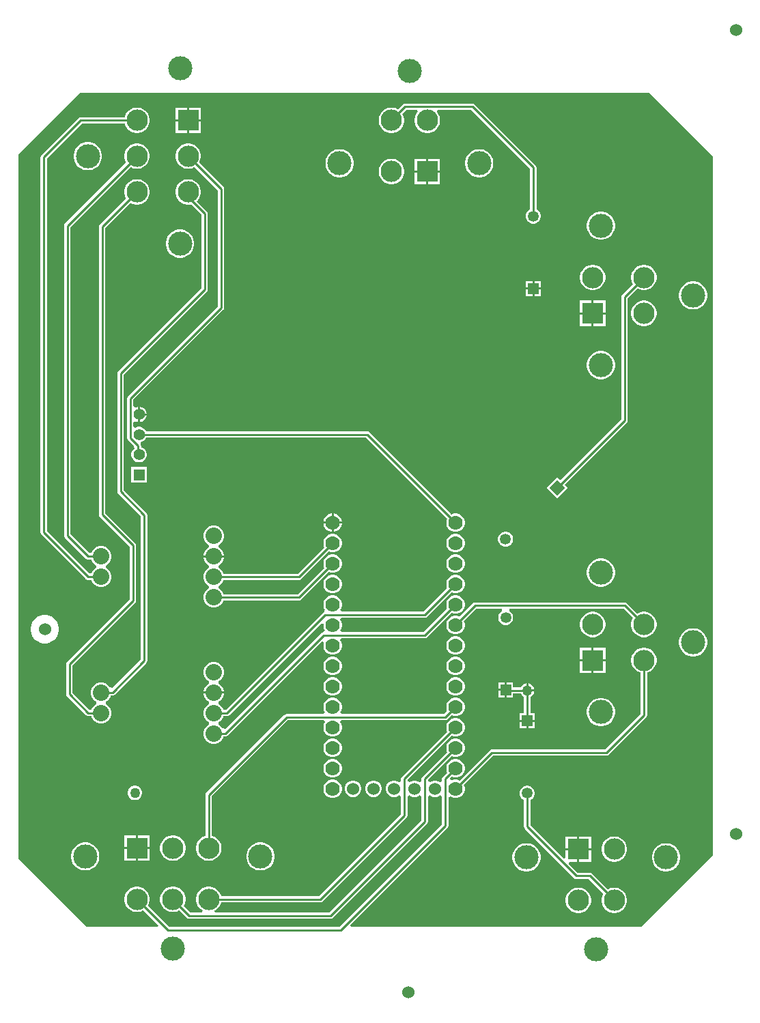
<source format=gbr>
%TF.GenerationSoftware,Altium Limited,Altium Designer,25.2.1 (25)*%
G04 Layer_Physical_Order=2*
G04 Layer_Color=16711680*
%FSLAX45Y45*%
%MOMM*%
%TF.SameCoordinates,7DD24991-B9EC-4422-9666-2EE5E17A6B38*%
%TF.FilePolarity,Positive*%
%TF.FileFunction,Copper,L2,Bot,Signal*%
%TF.Part,Single*%
G01*
G75*
%TA.AperFunction,Conductor*%
%ADD10C,0.25400*%
%TA.AperFunction,ComponentPad*%
%ADD11P,1.90919X4X270.0*%
%ADD12C,1.35000*%
%ADD13C,2.99000*%
%ADD14C,2.64000*%
%ADD15R,2.64000X2.64000*%
%ADD16C,1.77800*%
%ADD17C,1.52400*%
%TA.AperFunction,ViaPad*%
%ADD18C,1.52400*%
%TA.AperFunction,ComponentPad*%
%ADD19R,2.64000X2.64000*%
%ADD20C,1.40000*%
%ADD21R,1.40000X1.40000*%
%ADD22R,1.35000X1.35000*%
%TA.AperFunction,ViaPad*%
%ADD23C,1.27000*%
%TA.AperFunction,ComponentPad*%
%ADD24C,2.03200*%
G36*
X8724900Y10820400D02*
Y9613900D01*
X8724900Y2146300D01*
X7835900Y1257300D01*
X4241024D01*
X4231304Y1280767D01*
X5437669Y2487131D01*
X5446089Y2499734D01*
X5449047Y2514600D01*
Y2865210D01*
X5474447Y2876048D01*
X5493082Y2865289D01*
X5522152Y2857500D01*
X5552248D01*
X5581318Y2865289D01*
X5607382Y2880337D01*
X5628663Y2901618D01*
X5643711Y2927682D01*
X5651500Y2956752D01*
Y2986848D01*
X5643711Y3015918D01*
X5640982Y3020645D01*
X6002195Y3381858D01*
X7408504D01*
X7423370Y3384815D01*
X7435973Y3393236D01*
X7901069Y3858331D01*
X7909489Y3870934D01*
X7912446Y3885800D01*
Y4412644D01*
X7919512Y4414049D01*
X7948157Y4425914D01*
X7973937Y4443140D01*
X7995860Y4465063D01*
X8013086Y4490843D01*
X8024951Y4519488D01*
X8031000Y4549897D01*
Y4580903D01*
X8024951Y4611312D01*
X8013086Y4639957D01*
X7995860Y4665737D01*
X7973937Y4687660D01*
X7948157Y4704886D01*
X7919512Y4716751D01*
X7889103Y4722800D01*
X7858097D01*
X7827688Y4716751D01*
X7799043Y4704886D01*
X7773263Y4687660D01*
X7751340Y4665737D01*
X7734114Y4639957D01*
X7722249Y4611312D01*
X7716200Y4580903D01*
Y4549897D01*
X7722249Y4519488D01*
X7734114Y4490843D01*
X7751340Y4465063D01*
X7773263Y4443140D01*
X7799043Y4425914D01*
X7827688Y4414049D01*
X7834753Y4412644D01*
Y3901891D01*
X7392414Y3459551D01*
X5986104D01*
X5971239Y3456594D01*
X5958636Y3448173D01*
X5586045Y3075582D01*
X5581318Y3078311D01*
X5552248Y3086100D01*
X5522152D01*
X5495148Y3078864D01*
X5492182Y3078790D01*
X5466662Y3092386D01*
X5465375Y3099038D01*
X5488355Y3122018D01*
X5493082Y3119289D01*
X5522152Y3111500D01*
X5552248D01*
X5581318Y3119289D01*
X5607382Y3134337D01*
X5628663Y3155618D01*
X5643711Y3181682D01*
X5651500Y3210752D01*
Y3240848D01*
X5643711Y3269918D01*
X5628663Y3295982D01*
X5607382Y3317263D01*
X5581318Y3332311D01*
X5552248Y3340100D01*
X5522152D01*
X5493082Y3332311D01*
X5467018Y3317263D01*
X5445737Y3295982D01*
X5430689Y3269918D01*
X5422900Y3240848D01*
Y3210752D01*
X5430689Y3181682D01*
X5433418Y3176955D01*
X5382731Y3126269D01*
X5374311Y3113666D01*
X5371353Y3098800D01*
Y3063252D01*
X5345953Y3052731D01*
X5345584Y3053100D01*
X5322416Y3066476D01*
X5296576Y3073400D01*
X5269824D01*
X5243984Y3066476D01*
X5225306Y3055692D01*
X5205678Y3064556D01*
X5201313Y3067859D01*
X5199056Y3086718D01*
X5488355Y3376018D01*
X5493082Y3373289D01*
X5522152Y3365500D01*
X5552248D01*
X5581318Y3373289D01*
X5607382Y3388337D01*
X5628663Y3409618D01*
X5643711Y3435682D01*
X5651500Y3464752D01*
Y3494848D01*
X5643711Y3523918D01*
X5628663Y3549982D01*
X5607382Y3571263D01*
X5581318Y3586311D01*
X5552248Y3594100D01*
X5522152D01*
X5493082Y3586311D01*
X5467018Y3571263D01*
X5445737Y3549982D01*
X5430689Y3523918D01*
X5422900Y3494848D01*
Y3464752D01*
X5430689Y3435682D01*
X5433418Y3430955D01*
X5128731Y3126269D01*
X5120311Y3113666D01*
X5117353Y3098800D01*
Y3063252D01*
X5091953Y3052731D01*
X5091584Y3053100D01*
X5068416Y3066476D01*
X5042576Y3073400D01*
X5015824D01*
X4989984Y3066476D01*
X4971306Y3055692D01*
X4951678Y3064556D01*
X4947313Y3067859D01*
X4945056Y3086718D01*
X5488355Y3630018D01*
X5493082Y3627289D01*
X5522152Y3619500D01*
X5552248D01*
X5581318Y3627289D01*
X5607382Y3642337D01*
X5628663Y3663618D01*
X5643711Y3689682D01*
X5651500Y3718752D01*
Y3748848D01*
X5643711Y3777918D01*
X5628663Y3803982D01*
X5607382Y3825263D01*
X5581318Y3840311D01*
X5552248Y3848100D01*
X5522152D01*
X5493082Y3840311D01*
X5467018Y3825263D01*
X5445737Y3803982D01*
X5430689Y3777918D01*
X5422900Y3748848D01*
Y3718752D01*
X5430689Y3689682D01*
X5433418Y3684955D01*
X4874731Y3126269D01*
X4866311Y3113666D01*
X4863353Y3098800D01*
Y3063252D01*
X4837953Y3052731D01*
X4837584Y3053100D01*
X4814416Y3066476D01*
X4788576Y3073400D01*
X4761824D01*
X4735984Y3066476D01*
X4712816Y3053100D01*
X4693900Y3034184D01*
X4680524Y3011016D01*
X4673600Y2985176D01*
Y2958424D01*
X4680524Y2932584D01*
X4693900Y2909416D01*
X4712816Y2890500D01*
X4735984Y2877124D01*
X4761824Y2870200D01*
X4788576D01*
X4814416Y2877124D01*
X4837584Y2890500D01*
X4837953Y2890869D01*
X4863353Y2880348D01*
Y2657691D01*
X3844709Y1639047D01*
X2630257D01*
X2628851Y1646112D01*
X2616986Y1674757D01*
X2599761Y1700537D01*
X2577837Y1722460D01*
X2552057Y1739686D01*
X2523412Y1751551D01*
X2493003Y1757600D01*
X2461998D01*
X2431588Y1751551D01*
X2402943Y1739686D01*
X2377164Y1722460D01*
X2355240Y1700537D01*
X2338014Y1674757D01*
X2326149Y1646112D01*
X2320100Y1615703D01*
Y1584697D01*
X2326149Y1554288D01*
X2338014Y1525643D01*
X2355240Y1499863D01*
X2377164Y1477940D01*
X2402147Y1461247D01*
X2402576Y1459273D01*
X2396606Y1435847D01*
X2251791D01*
X2167984Y1519654D01*
X2171986Y1525643D01*
X2183851Y1554288D01*
X2189900Y1584697D01*
Y1615703D01*
X2183851Y1646112D01*
X2171986Y1674757D01*
X2154760Y1700537D01*
X2132837Y1722460D01*
X2107057Y1739686D01*
X2078412Y1751551D01*
X2048003Y1757600D01*
X2016997D01*
X1986588Y1751551D01*
X1957943Y1739686D01*
X1932164Y1722460D01*
X1910240Y1700537D01*
X1893014Y1674757D01*
X1881149Y1646112D01*
X1875100Y1615703D01*
Y1584697D01*
X1881149Y1554288D01*
X1893014Y1525643D01*
X1910240Y1499863D01*
X1932164Y1477940D01*
X1957943Y1460714D01*
X1986588Y1448849D01*
X2016997Y1442800D01*
X2048003D01*
X2078412Y1448849D01*
X2107057Y1460714D01*
X2113047Y1464716D01*
X2208232Y1369531D01*
X2220834Y1361111D01*
X2235700Y1358153D01*
X3987800D01*
X4002666Y1361111D01*
X4015269Y1369531D01*
X5183669Y2537931D01*
X5192089Y2550534D01*
X5195047Y2565400D01*
Y2880348D01*
X5220447Y2890869D01*
X5220816Y2890500D01*
X5243984Y2877124D01*
X5269824Y2870200D01*
X5296576D01*
X5322416Y2877124D01*
X5345584Y2890500D01*
X5345953Y2890869D01*
X5371353Y2880348D01*
Y2530691D01*
X4098709Y1258047D01*
X1984591D01*
X1722984Y1519654D01*
X1726986Y1525643D01*
X1738851Y1554288D01*
X1744900Y1584697D01*
Y1615703D01*
X1738851Y1646112D01*
X1726986Y1674757D01*
X1709760Y1700537D01*
X1687837Y1722460D01*
X1662057Y1739686D01*
X1633412Y1751551D01*
X1603003Y1757600D01*
X1571997D01*
X1541588Y1751551D01*
X1512943Y1739686D01*
X1487163Y1722460D01*
X1465240Y1700537D01*
X1448014Y1674757D01*
X1436149Y1646112D01*
X1430100Y1615703D01*
Y1584697D01*
X1436149Y1554288D01*
X1448014Y1525643D01*
X1465240Y1499863D01*
X1487163Y1477940D01*
X1512943Y1460714D01*
X1541588Y1448849D01*
X1571997Y1442800D01*
X1603003D01*
X1633412Y1448849D01*
X1662057Y1460714D01*
X1668046Y1464716D01*
X1851996Y1280767D01*
X1842276Y1257300D01*
X965200D01*
X114300Y2108200D01*
Y10845800D01*
X876300Y11607800D01*
X7937500D01*
X8724900Y10820400D01*
D02*
G37*
G36*
X4966816Y2890500D02*
X4989984Y2877124D01*
X5015824Y2870200D01*
X5042576D01*
X5068416Y2877124D01*
X5091584Y2890500D01*
X5091953Y2890869D01*
X5117353Y2880348D01*
Y2581491D01*
X3971709Y1435847D01*
X2558395D01*
X2552424Y1459273D01*
X2552854Y1461247D01*
X2577837Y1477940D01*
X2599761Y1499863D01*
X2616986Y1525643D01*
X2628851Y1554288D01*
X2630257Y1561353D01*
X3860800D01*
X3875666Y1564311D01*
X3888269Y1572731D01*
X4929669Y2614131D01*
X4938089Y2626734D01*
X4941047Y2641600D01*
Y2880348D01*
X4966447Y2890869D01*
X4966816Y2890500D01*
D02*
G37*
%LPC*%
G36*
X5748500Y11473446D02*
X4913300D01*
X4898434Y11470489D01*
X4885831Y11462069D01*
X4823747Y11399984D01*
X4817757Y11403986D01*
X4789112Y11415851D01*
X4758703Y11421900D01*
X4727697D01*
X4697288Y11415851D01*
X4668643Y11403986D01*
X4642863Y11386760D01*
X4620940Y11364837D01*
X4603714Y11339057D01*
X4591849Y11310412D01*
X4585800Y11280003D01*
Y11248997D01*
X4591849Y11218588D01*
X4603714Y11189943D01*
X4620940Y11164163D01*
X4642863Y11142240D01*
X4668643Y11125014D01*
X4697288Y11113149D01*
X4727697Y11107100D01*
X4758703D01*
X4789112Y11113149D01*
X4817757Y11125014D01*
X4843537Y11142240D01*
X4865460Y11164163D01*
X4882686Y11189943D01*
X4894551Y11218588D01*
X4900600Y11248997D01*
Y11280003D01*
X4894551Y11310412D01*
X4882686Y11339057D01*
X4878684Y11345046D01*
X4929391Y11395753D01*
X5060935D01*
X5071456Y11370353D01*
X5065940Y11364837D01*
X5048714Y11339057D01*
X5036849Y11310412D01*
X5030800Y11280003D01*
Y11248997D01*
X5036849Y11218588D01*
X5048714Y11189943D01*
X5065940Y11164163D01*
X5087863Y11142240D01*
X5113643Y11125014D01*
X5142288Y11113149D01*
X5172697Y11107100D01*
X5203703D01*
X5234112Y11113149D01*
X5262757Y11125014D01*
X5288537Y11142240D01*
X5310460Y11164163D01*
X5327686Y11189943D01*
X5339551Y11218588D01*
X5345600Y11248997D01*
Y11280003D01*
X5339551Y11310412D01*
X5327686Y11339057D01*
X5310460Y11364837D01*
X5304943Y11370353D01*
X5315465Y11395753D01*
X5732409D01*
X6463553Y10664609D01*
Y10161444D01*
X6445358Y10150939D01*
X6428062Y10133642D01*
X6415831Y10112458D01*
X6409500Y10088831D01*
Y10064370D01*
X6415831Y10040742D01*
X6428062Y10019558D01*
X6445358Y10002262D01*
X6466542Y9990031D01*
X6490169Y9983700D01*
X6514631D01*
X6538258Y9990031D01*
X6559442Y10002262D01*
X6576738Y10019558D01*
X6588969Y10040742D01*
X6595300Y10064370D01*
Y10088831D01*
X6588969Y10112458D01*
X6576738Y10133642D01*
X6559442Y10150939D01*
X6541247Y10161444D01*
Y10680700D01*
X6538289Y10695566D01*
X6529869Y10708169D01*
X5775969Y11462069D01*
X5763366Y11470489D01*
X5748500Y11473446D01*
D02*
G37*
G36*
X2380300Y11423700D02*
X2235600D01*
Y11279000D01*
X2380300D01*
Y11423700D01*
D02*
G37*
G36*
X2210200D02*
X2065500D01*
Y11279000D01*
X2210200D01*
Y11423700D01*
D02*
G37*
G36*
X2380300Y11253600D02*
X2235600D01*
Y11108900D01*
X2380300D01*
Y11253600D01*
D02*
G37*
G36*
X2210200D02*
X2065500D01*
Y11108900D01*
X2210200D01*
Y11253600D01*
D02*
G37*
G36*
X1603403Y11423700D02*
X1572397D01*
X1541988Y11417651D01*
X1513343Y11405786D01*
X1487563Y11388561D01*
X1465640Y11366637D01*
X1448414Y11340857D01*
X1436549Y11312212D01*
X1435144Y11305147D01*
X890400D01*
X875534Y11302190D01*
X862932Y11293769D01*
X404331Y10835169D01*
X395911Y10822566D01*
X392953Y10807700D01*
Y6153150D01*
X395911Y6138284D01*
X404331Y6125681D01*
X956781Y5573231D01*
X969384Y5564811D01*
X984250Y5561853D01*
X1021929D01*
X1024655Y5551680D01*
X1041375Y5522720D01*
X1065020Y5499075D01*
X1093980Y5482355D01*
X1126280Y5473700D01*
X1159720D01*
X1192020Y5482355D01*
X1220980Y5499075D01*
X1244625Y5522720D01*
X1261345Y5551680D01*
X1270000Y5583980D01*
Y5617420D01*
X1261345Y5649720D01*
X1244625Y5678680D01*
X1220980Y5702325D01*
X1201144Y5713777D01*
X1200989Y5714161D01*
Y5741239D01*
X1201144Y5741623D01*
X1220980Y5753075D01*
X1244625Y5776720D01*
X1261345Y5805680D01*
X1270000Y5837980D01*
Y5871420D01*
X1261345Y5903720D01*
X1244625Y5932680D01*
X1220980Y5956325D01*
X1192020Y5973045D01*
X1159720Y5981700D01*
X1126280D01*
X1093980Y5973045D01*
X1065020Y5956325D01*
X1041375Y5932680D01*
X1024655Y5903720D01*
X1023426Y5899134D01*
X997944Y5895943D01*
X762747Y6131141D01*
Y9941209D01*
X1507354Y10685816D01*
X1513343Y10681814D01*
X1541988Y10669949D01*
X1572397Y10663900D01*
X1603403D01*
X1633812Y10669949D01*
X1662457Y10681814D01*
X1688237Y10699040D01*
X1710160Y10720964D01*
X1727386Y10746743D01*
X1739251Y10775388D01*
X1745300Y10805798D01*
Y10836803D01*
X1739251Y10867212D01*
X1727386Y10895857D01*
X1710160Y10921637D01*
X1688237Y10943561D01*
X1662457Y10960786D01*
X1633812Y10972651D01*
X1603403Y10978700D01*
X1572397D01*
X1541988Y10972651D01*
X1513343Y10960786D01*
X1487563Y10943561D01*
X1465640Y10921637D01*
X1448414Y10895857D01*
X1436549Y10867212D01*
X1430500Y10836803D01*
Y10805798D01*
X1436549Y10775388D01*
X1448414Y10746743D01*
X1452416Y10740754D01*
X696431Y9984769D01*
X688011Y9972166D01*
X685053Y9957300D01*
Y6115050D01*
X688011Y6100184D01*
X696431Y6087581D01*
X956781Y5827231D01*
X969384Y5818811D01*
X984250Y5815853D01*
X1021929D01*
X1024655Y5805680D01*
X1041375Y5776720D01*
X1065020Y5753075D01*
X1084856Y5741623D01*
X1085011Y5741239D01*
Y5714161D01*
X1084856Y5713777D01*
X1065020Y5702325D01*
X1041375Y5678680D01*
X1024655Y5649720D01*
X1023426Y5645135D01*
X997944Y5641943D01*
X470647Y6169241D01*
Y10791609D01*
X906491Y11227454D01*
X1435144D01*
X1436549Y11220389D01*
X1448414Y11191743D01*
X1465640Y11165964D01*
X1487563Y11144040D01*
X1513343Y11126814D01*
X1541988Y11114949D01*
X1572397Y11108900D01*
X1603403D01*
X1633812Y11114949D01*
X1662457Y11126814D01*
X1688237Y11144040D01*
X1710160Y11165964D01*
X1727386Y11191743D01*
X1739251Y11220389D01*
X1745300Y11250798D01*
Y11281803D01*
X1739251Y11312212D01*
X1727386Y11340857D01*
X1710160Y11366637D01*
X1688237Y11388561D01*
X1662457Y11405786D01*
X1633812Y11417651D01*
X1603403Y11423700D01*
D02*
G37*
G36*
X995126Y10996200D02*
X960674D01*
X926884Y10989479D01*
X895054Y10976295D01*
X866408Y10957154D01*
X842046Y10932792D01*
X822906Y10904146D01*
X809722Y10872317D01*
X803000Y10838526D01*
Y10804074D01*
X809722Y10770284D01*
X822906Y10738454D01*
X842046Y10709808D01*
X866408Y10685446D01*
X895054Y10666306D01*
X926884Y10653122D01*
X960674Y10646400D01*
X995126D01*
X1028916Y10653122D01*
X1060746Y10666306D01*
X1089392Y10685446D01*
X1113754Y10709808D01*
X1132894Y10738454D01*
X1146078Y10770284D01*
X1152800Y10804074D01*
Y10838526D01*
X1146078Y10872317D01*
X1132894Y10904146D01*
X1113754Y10932792D01*
X1089392Y10957154D01*
X1060746Y10976295D01*
X1028916Y10989479D01*
X995126Y10996200D01*
D02*
G37*
G36*
X5345600Y10786900D02*
X5200900D01*
Y10642200D01*
X5345600D01*
Y10786900D01*
D02*
G37*
G36*
X5175500D02*
X5030800D01*
Y10642200D01*
X5175500D01*
Y10786900D01*
D02*
G37*
G36*
X5847926Y10906400D02*
X5813474D01*
X5779684Y10899678D01*
X5747854Y10886494D01*
X5719208Y10867354D01*
X5694846Y10842992D01*
X5675706Y10814346D01*
X5662522Y10782516D01*
X5655800Y10748726D01*
Y10714274D01*
X5662522Y10680484D01*
X5675706Y10648654D01*
X5694846Y10620008D01*
X5719208Y10595646D01*
X5747854Y10576506D01*
X5779684Y10563322D01*
X5813474Y10556600D01*
X5847926D01*
X5881716Y10563322D01*
X5913546Y10576506D01*
X5942192Y10595646D01*
X5966554Y10620008D01*
X5985694Y10648654D01*
X5998879Y10680484D01*
X6005600Y10714274D01*
Y10748726D01*
X5998879Y10782516D01*
X5985694Y10814346D01*
X5966554Y10842992D01*
X5942192Y10867354D01*
X5913546Y10886494D01*
X5881716Y10899678D01*
X5847926Y10906400D01*
D02*
G37*
G36*
X4117926D02*
X4083474D01*
X4049684Y10899678D01*
X4017854Y10886494D01*
X3989208Y10867354D01*
X3964846Y10842992D01*
X3945706Y10814346D01*
X3932521Y10782516D01*
X3925800Y10748726D01*
Y10714274D01*
X3932521Y10680484D01*
X3945706Y10648654D01*
X3964846Y10620008D01*
X3989208Y10595646D01*
X4017854Y10576506D01*
X4049684Y10563322D01*
X4083474Y10556600D01*
X4117926D01*
X4151716Y10563322D01*
X4183546Y10576506D01*
X4212192Y10595646D01*
X4236554Y10620008D01*
X4255694Y10648654D01*
X4268878Y10680484D01*
X4275600Y10714274D01*
Y10748726D01*
X4268878Y10782516D01*
X4255694Y10814346D01*
X4236554Y10842992D01*
X4212192Y10867354D01*
X4183546Y10886494D01*
X4151716Y10899678D01*
X4117926Y10906400D01*
D02*
G37*
G36*
X5345600Y10616800D02*
X5200900D01*
Y10472100D01*
X5345600D01*
Y10616800D01*
D02*
G37*
G36*
X5175500D02*
X5030800D01*
Y10472100D01*
X5175500D01*
Y10616800D01*
D02*
G37*
G36*
X4758703Y10786900D02*
X4727697D01*
X4697288Y10780851D01*
X4668643Y10768986D01*
X4642863Y10751760D01*
X4620940Y10729837D01*
X4603714Y10704057D01*
X4591849Y10675412D01*
X4585800Y10645003D01*
Y10613997D01*
X4591849Y10583588D01*
X4603714Y10554943D01*
X4620940Y10529163D01*
X4642863Y10507240D01*
X4668643Y10490014D01*
X4697288Y10478149D01*
X4727697Y10472100D01*
X4758703D01*
X4789112Y10478149D01*
X4817757Y10490014D01*
X4843537Y10507240D01*
X4865460Y10529163D01*
X4882686Y10554943D01*
X4894551Y10583588D01*
X4900600Y10613997D01*
Y10645003D01*
X4894551Y10675412D01*
X4882686Y10704057D01*
X4865460Y10729837D01*
X4843537Y10751760D01*
X4817757Y10768986D01*
X4789112Y10780851D01*
X4758703Y10786900D01*
D02*
G37*
G36*
X2238403Y10533700D02*
X2207397D01*
X2176988Y10527651D01*
X2148343Y10515786D01*
X2122563Y10498560D01*
X2100640Y10476637D01*
X2083414Y10450857D01*
X2071549Y10422212D01*
X2065500Y10391803D01*
Y10360797D01*
X2071549Y10330388D01*
X2083414Y10301743D01*
X2100640Y10275963D01*
X2122563Y10254040D01*
X2148343Y10236814D01*
X2176988Y10224949D01*
X2207397Y10218900D01*
X2238403D01*
X2257082Y10222616D01*
X2386853Y10092844D01*
Y9185491D01*
X1356831Y8155469D01*
X1348411Y8142866D01*
X1345453Y8128000D01*
Y6661150D01*
X1348411Y6646284D01*
X1356831Y6633681D01*
X1637553Y6352959D01*
Y4575391D01*
X1284784Y4222621D01*
X1283153Y4222065D01*
X1253848Y4227606D01*
X1244625Y4243580D01*
X1220980Y4267225D01*
X1192020Y4283945D01*
X1159720Y4292600D01*
X1126280D01*
X1093980Y4283945D01*
X1065020Y4267225D01*
X1041375Y4243580D01*
X1024655Y4214620D01*
X1016000Y4182320D01*
Y4148880D01*
X1024655Y4116580D01*
X1041375Y4087620D01*
X1065020Y4063975D01*
X1084856Y4052523D01*
X1085011Y4052139D01*
Y4025061D01*
X1084856Y4024677D01*
X1065020Y4013225D01*
X1041375Y3989580D01*
X1024655Y3960620D01*
X1023426Y3956035D01*
X997944Y3952843D01*
X788147Y4162641D01*
Y4505109D01*
X1564169Y5281131D01*
X1572589Y5293734D01*
X1575547Y5308600D01*
Y5994400D01*
X1572589Y6009266D01*
X1564169Y6021869D01*
X1194547Y6391491D01*
Y9928009D01*
X1507354Y10240816D01*
X1513343Y10236814D01*
X1541988Y10224949D01*
X1572397Y10218900D01*
X1603403D01*
X1633812Y10224949D01*
X1662457Y10236814D01*
X1688237Y10254040D01*
X1710160Y10275963D01*
X1727386Y10301743D01*
X1739251Y10330388D01*
X1745300Y10360797D01*
Y10391803D01*
X1739251Y10422212D01*
X1727386Y10450857D01*
X1710160Y10476637D01*
X1688237Y10498560D01*
X1662457Y10515786D01*
X1633812Y10527651D01*
X1603403Y10533700D01*
X1572397D01*
X1541988Y10527651D01*
X1513343Y10515786D01*
X1487563Y10498560D01*
X1465640Y10476637D01*
X1448414Y10450857D01*
X1436549Y10422212D01*
X1430500Y10391803D01*
Y10360797D01*
X1436549Y10330388D01*
X1448414Y10301743D01*
X1452416Y10295754D01*
X1128231Y9971569D01*
X1119811Y9958966D01*
X1116853Y9944100D01*
Y6375400D01*
X1119811Y6360534D01*
X1128231Y6347931D01*
X1497853Y5978309D01*
Y5324691D01*
X721831Y4548669D01*
X713411Y4536066D01*
X710453Y4521200D01*
Y4146550D01*
X713411Y4131684D01*
X721831Y4119081D01*
X956781Y3884131D01*
X969384Y3875711D01*
X984250Y3872753D01*
X1021929D01*
X1024655Y3862580D01*
X1041375Y3833620D01*
X1065020Y3809975D01*
X1093980Y3793255D01*
X1126280Y3784600D01*
X1159720D01*
X1192020Y3793255D01*
X1220980Y3809975D01*
X1244625Y3833620D01*
X1261345Y3862580D01*
X1270000Y3894880D01*
Y3928320D01*
X1261345Y3960620D01*
X1244625Y3989580D01*
X1220980Y4013225D01*
X1201144Y4024677D01*
X1200989Y4025061D01*
Y4052139D01*
X1201144Y4052523D01*
X1220980Y4063975D01*
X1244625Y4087620D01*
X1261345Y4116580D01*
X1264071Y4126753D01*
X1282700D01*
X1297566Y4129711D01*
X1310169Y4138131D01*
X1703869Y4531831D01*
X1712289Y4544434D01*
X1715247Y4559300D01*
Y6369050D01*
X1712289Y6383916D01*
X1703869Y6396519D01*
X1423147Y6677241D01*
Y8111909D01*
X2453169Y9141931D01*
X2461589Y9154534D01*
X2464547Y9169400D01*
Y10108935D01*
X2461589Y10123801D01*
X2453169Y10136404D01*
X2329385Y10260188D01*
X2345160Y10275963D01*
X2362386Y10301743D01*
X2374251Y10330388D01*
X2380300Y10360797D01*
Y10391803D01*
X2374251Y10422212D01*
X2362386Y10450857D01*
X2345160Y10476637D01*
X2323237Y10498560D01*
X2297457Y10515786D01*
X2268812Y10527651D01*
X2238403Y10533700D01*
D02*
G37*
G36*
X7357826Y10133100D02*
X7323374D01*
X7289584Y10126379D01*
X7257754Y10113194D01*
X7229108Y10094054D01*
X7204746Y10069692D01*
X7185606Y10041046D01*
X7172422Y10009216D01*
X7165700Y9975426D01*
Y9940974D01*
X7172422Y9907184D01*
X7185606Y9875354D01*
X7204746Y9846708D01*
X7229108Y9822346D01*
X7257754Y9803206D01*
X7289584Y9790022D01*
X7323374Y9783300D01*
X7357826D01*
X7391616Y9790022D01*
X7423446Y9803206D01*
X7452092Y9822346D01*
X7476454Y9846708D01*
X7495594Y9875354D01*
X7508778Y9907184D01*
X7515500Y9940974D01*
Y9975426D01*
X7508778Y10009216D01*
X7495594Y10041046D01*
X7476454Y10069692D01*
X7452092Y10094054D01*
X7423446Y10113194D01*
X7391616Y10126379D01*
X7357826Y10133100D01*
D02*
G37*
G36*
X2138126Y9909200D02*
X2103674D01*
X2069884Y9902479D01*
X2038054Y9889294D01*
X2009408Y9870154D01*
X1985046Y9845792D01*
X1965906Y9817146D01*
X1952722Y9785316D01*
X1946000Y9751526D01*
Y9717074D01*
X1952722Y9683284D01*
X1965906Y9651454D01*
X1985046Y9622808D01*
X2009408Y9598446D01*
X2038054Y9579306D01*
X2069884Y9566122D01*
X2103674Y9559400D01*
X2138126D01*
X2171916Y9566122D01*
X2203746Y9579306D01*
X2232392Y9598446D01*
X2256754Y9622808D01*
X2275894Y9651454D01*
X2289078Y9683284D01*
X2295800Y9717074D01*
Y9751526D01*
X2289078Y9785316D01*
X2275894Y9817146D01*
X2256754Y9845792D01*
X2232392Y9870154D01*
X2203746Y9889294D01*
X2171916Y9902479D01*
X2138126Y9909200D01*
D02*
G37*
G36*
X6595300Y9269500D02*
X6515099D01*
Y9189299D01*
X6595300D01*
Y9269500D01*
D02*
G37*
G36*
X6489699D02*
X6409500D01*
Y9189299D01*
X6489699D01*
Y9269500D01*
D02*
G37*
G36*
X7889103Y9473100D02*
X7858097D01*
X7827688Y9467051D01*
X7799043Y9455186D01*
X7773263Y9437960D01*
X7751340Y9416037D01*
X7734114Y9390257D01*
X7722249Y9361612D01*
X7716200Y9331203D01*
Y9300197D01*
X7722249Y9269788D01*
X7734114Y9241143D01*
X7738116Y9235153D01*
X7605231Y9102269D01*
X7596811Y9089666D01*
X7593853Y9074800D01*
Y7559891D01*
X6833420Y6799457D01*
X6795198Y6837679D01*
X6663818Y6706298D01*
X6795198Y6574918D01*
X6926579Y6706298D01*
X6888357Y6744520D01*
X7660169Y7516332D01*
X7668589Y7528934D01*
X7671547Y7543800D01*
Y9058709D01*
X7793054Y9180216D01*
X7799043Y9176214D01*
X7827688Y9164349D01*
X7858097Y9158300D01*
X7889103D01*
X7919512Y9164349D01*
X7948157Y9176214D01*
X7973937Y9193440D01*
X7995860Y9215363D01*
X8013086Y9241143D01*
X8024951Y9269788D01*
X8031000Y9300197D01*
Y9331203D01*
X8024951Y9361612D01*
X8013086Y9390257D01*
X7995860Y9416037D01*
X7973937Y9437960D01*
X7948157Y9455186D01*
X7919512Y9467051D01*
X7889103Y9473100D01*
D02*
G37*
G36*
X7254103D02*
X7223097D01*
X7192688Y9467051D01*
X7164043Y9455186D01*
X7138263Y9437960D01*
X7116340Y9416037D01*
X7099114Y9390257D01*
X7087249Y9361612D01*
X7081200Y9331203D01*
Y9300197D01*
X7087249Y9269788D01*
X7099114Y9241143D01*
X7116340Y9215363D01*
X7138263Y9193440D01*
X7164043Y9176214D01*
X7192688Y9164349D01*
X7223097Y9158300D01*
X7254103D01*
X7284512Y9164349D01*
X7313157Y9176214D01*
X7338937Y9193440D01*
X7360860Y9215363D01*
X7378086Y9241143D01*
X7389951Y9269788D01*
X7396000Y9300197D01*
Y9331203D01*
X7389951Y9361612D01*
X7378086Y9390257D01*
X7360860Y9416037D01*
X7338937Y9437960D01*
X7313157Y9455186D01*
X7284512Y9467051D01*
X7254103Y9473100D01*
D02*
G37*
G36*
X6595300Y9163899D02*
X6515099D01*
Y9083700D01*
X6595300D01*
Y9163899D01*
D02*
G37*
G36*
X6489699D02*
X6409500D01*
Y9083700D01*
X6489699D01*
Y9163899D01*
D02*
G37*
G36*
X8500826Y9268100D02*
X8466374D01*
X8432584Y9261378D01*
X8400754Y9248194D01*
X8372108Y9229054D01*
X8347746Y9204692D01*
X8328606Y9176046D01*
X8315422Y9144216D01*
X8308700Y9110426D01*
Y9075974D01*
X8315422Y9042184D01*
X8328606Y9010354D01*
X8347746Y8981708D01*
X8372108Y8957346D01*
X8400754Y8938206D01*
X8432584Y8925022D01*
X8466374Y8918300D01*
X8500826D01*
X8534616Y8925022D01*
X8566446Y8938206D01*
X8595092Y8957346D01*
X8619454Y8981708D01*
X8638594Y9010354D01*
X8651778Y9042184D01*
X8658500Y9075974D01*
Y9110426D01*
X8651778Y9144216D01*
X8638594Y9176046D01*
X8619454Y9204692D01*
X8595092Y9229054D01*
X8566446Y9248194D01*
X8534616Y9261378D01*
X8500826Y9268100D01*
D02*
G37*
G36*
X7396000Y9028100D02*
X7251299D01*
Y8883400D01*
X7396000D01*
Y9028100D01*
D02*
G37*
G36*
X7225899D02*
X7081200D01*
Y8883400D01*
X7225899D01*
Y9028100D01*
D02*
G37*
G36*
X7889103D02*
X7858097D01*
X7827688Y9022051D01*
X7799043Y9010186D01*
X7773263Y8992960D01*
X7751340Y8971037D01*
X7734114Y8945257D01*
X7722249Y8916612D01*
X7716200Y8886203D01*
Y8855197D01*
X7722249Y8824788D01*
X7734114Y8796143D01*
X7751340Y8770363D01*
X7773263Y8748440D01*
X7799043Y8731214D01*
X7827688Y8719349D01*
X7858097Y8713300D01*
X7889103D01*
X7919512Y8719349D01*
X7948157Y8731214D01*
X7973937Y8748440D01*
X7995860Y8770363D01*
X8013086Y8796143D01*
X8024951Y8824788D01*
X8031000Y8855197D01*
Y8886203D01*
X8024951Y8916612D01*
X8013086Y8945257D01*
X7995860Y8971037D01*
X7973937Y8992960D01*
X7948157Y9010186D01*
X7919512Y9022051D01*
X7889103Y9028100D01*
D02*
G37*
G36*
X7396000Y8858000D02*
X7251299D01*
Y8713300D01*
X7396000D01*
Y8858000D01*
D02*
G37*
G36*
X7225899D02*
X7081200D01*
Y8713300D01*
X7225899D01*
Y8858000D01*
D02*
G37*
G36*
X7357826Y8403100D02*
X7323374D01*
X7289584Y8396378D01*
X7257754Y8383194D01*
X7229108Y8364054D01*
X7204746Y8339692D01*
X7185606Y8311046D01*
X7172422Y8279216D01*
X7165700Y8245426D01*
Y8210974D01*
X7172422Y8177184D01*
X7185606Y8145354D01*
X7204746Y8116708D01*
X7229108Y8092346D01*
X7257754Y8073206D01*
X7289584Y8060021D01*
X7323374Y8053300D01*
X7357826D01*
X7391616Y8060021D01*
X7423446Y8073206D01*
X7452092Y8092346D01*
X7476454Y8116708D01*
X7495594Y8145354D01*
X7508778Y8177184D01*
X7515500Y8210974D01*
Y8245426D01*
X7508778Y8279216D01*
X7495594Y8311046D01*
X7476454Y8339692D01*
X7452092Y8364054D01*
X7423446Y8383194D01*
X7391616Y8396378D01*
X7357826Y8403100D01*
D02*
G37*
G36*
X1625600Y7713362D02*
Y7630700D01*
X1708262D01*
X1701798Y7654823D01*
X1689239Y7676577D01*
X1671477Y7694339D01*
X1649723Y7706898D01*
X1625600Y7713362D01*
D02*
G37*
G36*
X1708262Y7605300D02*
X1625600D01*
Y7522638D01*
X1649723Y7529102D01*
X1671477Y7541661D01*
X1689239Y7559423D01*
X1701798Y7581177D01*
X1708262Y7605300D01*
D02*
G37*
G36*
X2238403Y10978700D02*
X2207397D01*
X2176988Y10972651D01*
X2148343Y10960786D01*
X2122563Y10943561D01*
X2100640Y10921637D01*
X2083414Y10895857D01*
X2071549Y10867212D01*
X2065500Y10836803D01*
Y10805798D01*
X2071549Y10775388D01*
X2083414Y10746743D01*
X2100640Y10720964D01*
X2122563Y10699040D01*
X2148343Y10681814D01*
X2176988Y10669949D01*
X2207397Y10663900D01*
X2238403D01*
X2268812Y10669949D01*
X2297457Y10681814D01*
X2303446Y10685817D01*
X2590053Y10399210D01*
Y8956891D01*
X1477331Y7844168D01*
X1468910Y7831566D01*
X1465953Y7816700D01*
Y7323224D01*
X1468910Y7308358D01*
X1477331Y7295755D01*
X1551543Y7221544D01*
X1554323Y7194339D01*
X1536561Y7176577D01*
X1524002Y7154823D01*
X1517500Y7130560D01*
Y7105440D01*
X1524002Y7081177D01*
X1536561Y7059423D01*
X1554323Y7041661D01*
X1576077Y7029102D01*
X1600340Y7022600D01*
X1625460D01*
X1649723Y7029102D01*
X1671477Y7041661D01*
X1689239Y7059423D01*
X1701798Y7081177D01*
X1708300Y7105440D01*
Y7130560D01*
X1701798Y7154823D01*
X1689239Y7176577D01*
X1671477Y7194339D01*
X1649723Y7206898D01*
X1640770Y7209297D01*
Y7226100D01*
X1637813Y7240966D01*
X1632912Y7248301D01*
X1636328Y7266582D01*
X1641881Y7277000D01*
X1649723Y7279102D01*
X1671477Y7291661D01*
X1689239Y7309423D01*
X1700630Y7329153D01*
X4426909D01*
X5433418Y6322645D01*
X5430689Y6317918D01*
X5422900Y6288848D01*
Y6258752D01*
X5430689Y6229682D01*
X5445737Y6203618D01*
X5467018Y6182337D01*
X5493082Y6167289D01*
X5522152Y6159500D01*
X5552248D01*
X5581318Y6167289D01*
X5607382Y6182337D01*
X5628663Y6203618D01*
X5643711Y6229682D01*
X5651500Y6258752D01*
Y6288848D01*
X5643711Y6317918D01*
X5628663Y6343982D01*
X5607382Y6365263D01*
X5581318Y6380311D01*
X5552248Y6388100D01*
X5522152D01*
X5493082Y6380311D01*
X5488355Y6377582D01*
X4470469Y7395469D01*
X4457866Y7403889D01*
X4443000Y7406847D01*
X1700630D01*
X1689239Y7426577D01*
X1671477Y7444339D01*
X1649723Y7456898D01*
X1625460Y7463400D01*
X1600340D01*
X1576077Y7456898D01*
X1569047Y7452839D01*
X1543646Y7467504D01*
Y7518496D01*
X1569046Y7533161D01*
X1576077Y7529102D01*
X1600200Y7522638D01*
Y7618000D01*
Y7713362D01*
X1576077Y7706898D01*
X1569047Y7702839D01*
X1543646Y7717504D01*
Y7800609D01*
X2656369Y8913331D01*
X2664789Y8925934D01*
X2667747Y8940800D01*
Y10415300D01*
X2664789Y10430166D01*
X2656369Y10442769D01*
X2358384Y10740754D01*
X2362386Y10746743D01*
X2374251Y10775388D01*
X2380300Y10805798D01*
Y10836803D01*
X2374251Y10867212D01*
X2362386Y10895857D01*
X2345160Y10921637D01*
X2323237Y10943561D01*
X2297457Y10960786D01*
X2268812Y10972651D01*
X2238403Y10978700D01*
D02*
G37*
G36*
X1708300Y6963400D02*
X1517500D01*
Y6772600D01*
X1708300D01*
Y6963400D01*
D02*
G37*
G36*
X4028248Y6388100D02*
X4025900D01*
Y6286500D01*
X4127500D01*
Y6288848D01*
X4119711Y6317918D01*
X4104663Y6343982D01*
X4083382Y6365263D01*
X4057318Y6380311D01*
X4028248Y6388100D01*
D02*
G37*
G36*
X4000500D02*
X3998152D01*
X3969082Y6380311D01*
X3943018Y6365263D01*
X3921737Y6343982D01*
X3906689Y6317918D01*
X3898900Y6288848D01*
Y6286500D01*
X4000500D01*
Y6388100D01*
D02*
G37*
G36*
X4127500Y6261100D02*
X4025900D01*
Y6159500D01*
X4028248D01*
X4057318Y6167289D01*
X4083382Y6182337D01*
X4104663Y6203618D01*
X4119711Y6229682D01*
X4127500Y6258752D01*
Y6261100D01*
D02*
G37*
G36*
X4000500D02*
X3898900D01*
Y6258752D01*
X3906689Y6229682D01*
X3921737Y6203618D01*
X3943018Y6182337D01*
X3969082Y6167289D01*
X3998152Y6159500D01*
X4000500D01*
Y6261100D01*
D02*
G37*
G36*
X6171032Y6162802D02*
X6146571D01*
X6122944Y6156471D01*
X6101760Y6144240D01*
X6084463Y6126944D01*
X6072233Y6105760D01*
X6065902Y6082132D01*
Y6057671D01*
X6072233Y6034044D01*
X6084463Y6012860D01*
X6101760Y5995563D01*
X6122944Y5983333D01*
X6146571Y5977002D01*
X6171032D01*
X6194660Y5983333D01*
X6215844Y5995563D01*
X6233140Y6012860D01*
X6245371Y6034044D01*
X6251702Y6057671D01*
Y6082132D01*
X6245371Y6105760D01*
X6233140Y6126944D01*
X6215844Y6144240D01*
X6194660Y6156471D01*
X6171032Y6162802D01*
D02*
G37*
G36*
X5552248Y6134100D02*
X5522152D01*
X5493082Y6126311D01*
X5467018Y6111263D01*
X5445737Y6089982D01*
X5430689Y6063918D01*
X5422900Y6034848D01*
Y6004752D01*
X5430689Y5975682D01*
X5445737Y5949618D01*
X5467018Y5928337D01*
X5493082Y5913289D01*
X5522152Y5905500D01*
X5552248D01*
X5581318Y5913289D01*
X5607382Y5928337D01*
X5628663Y5949618D01*
X5643711Y5975682D01*
X5651500Y6004752D01*
Y6034848D01*
X5643711Y6063918D01*
X5628663Y6089982D01*
X5607382Y6111263D01*
X5581318Y6126311D01*
X5552248Y6134100D01*
D02*
G37*
G36*
X4028248D02*
X3998152D01*
X3969082Y6126311D01*
X3943018Y6111263D01*
X3921737Y6089982D01*
X3906689Y6063918D01*
X3898900Y6034848D01*
Y6004752D01*
X3906689Y5975682D01*
X3909418Y5970955D01*
X3578009Y5639547D01*
X2661071D01*
X2658345Y5649720D01*
X2641625Y5678680D01*
X2617980Y5702325D01*
X2598144Y5713777D01*
X2597989Y5714161D01*
Y5741239D01*
X2598144Y5741623D01*
X2617980Y5753075D01*
X2641625Y5776720D01*
X2658345Y5805680D01*
X2667000Y5837980D01*
Y5842000D01*
X2540000D01*
X2413000D01*
Y5837980D01*
X2421655Y5805680D01*
X2438375Y5776720D01*
X2462020Y5753075D01*
X2481856Y5741623D01*
X2482011Y5741239D01*
Y5714161D01*
X2481856Y5713777D01*
X2462020Y5702325D01*
X2438375Y5678680D01*
X2421655Y5649720D01*
X2413000Y5617420D01*
Y5583980D01*
X2421655Y5551680D01*
X2438375Y5522720D01*
X2462020Y5499075D01*
X2481856Y5487623D01*
X2482011Y5487239D01*
Y5460161D01*
X2481856Y5459777D01*
X2462020Y5448325D01*
X2438375Y5424680D01*
X2421655Y5395720D01*
X2413000Y5363420D01*
Y5329980D01*
X2421655Y5297680D01*
X2438375Y5268720D01*
X2462020Y5245075D01*
X2490980Y5228355D01*
X2523280Y5219700D01*
X2556720D01*
X2589020Y5228355D01*
X2617980Y5245075D01*
X2641625Y5268720D01*
X2658345Y5297680D01*
X2661071Y5307853D01*
X3594100D01*
X3608966Y5310811D01*
X3621569Y5319231D01*
X3964355Y5662018D01*
X3969082Y5659289D01*
X3998152Y5651500D01*
X4028248D01*
X4057318Y5659289D01*
X4083382Y5674337D01*
X4104663Y5695618D01*
X4119711Y5721682D01*
X4127500Y5750752D01*
Y5780848D01*
X4119711Y5809918D01*
X4104663Y5835982D01*
X4083382Y5857263D01*
X4057318Y5872311D01*
X4028248Y5880100D01*
X3998152D01*
X3969082Y5872311D01*
X3943018Y5857263D01*
X3921737Y5835982D01*
X3906689Y5809918D01*
X3898900Y5780848D01*
Y5750752D01*
X3906689Y5721682D01*
X3909418Y5716955D01*
X3578009Y5385547D01*
X2661071D01*
X2658345Y5395720D01*
X2641625Y5424680D01*
X2617980Y5448325D01*
X2598144Y5459777D01*
X2597989Y5460161D01*
Y5487239D01*
X2598144Y5487623D01*
X2617980Y5499075D01*
X2641625Y5522720D01*
X2658345Y5551680D01*
X2661071Y5561853D01*
X3594100D01*
X3608966Y5564811D01*
X3621569Y5573231D01*
X3964355Y5916018D01*
X3969082Y5913289D01*
X3998152Y5905500D01*
X4028248D01*
X4057318Y5913289D01*
X4083382Y5928337D01*
X4104663Y5949618D01*
X4119711Y5975682D01*
X4127500Y6004752D01*
Y6034848D01*
X4119711Y6063918D01*
X4104663Y6089982D01*
X4083382Y6111263D01*
X4057318Y6126311D01*
X4028248Y6134100D01*
D02*
G37*
G36*
X2556720Y6235700D02*
X2523280D01*
X2490980Y6227045D01*
X2462020Y6210325D01*
X2438375Y6186680D01*
X2421655Y6157720D01*
X2413000Y6125420D01*
Y6091980D01*
X2421655Y6059680D01*
X2438375Y6030720D01*
X2462020Y6007075D01*
X2481856Y5995623D01*
X2482011Y5995239D01*
Y5968161D01*
X2481856Y5967777D01*
X2462020Y5956325D01*
X2438375Y5932680D01*
X2421655Y5903720D01*
X2413000Y5871420D01*
Y5867400D01*
X2540000D01*
X2667000D01*
Y5871420D01*
X2658345Y5903720D01*
X2641625Y5932680D01*
X2617980Y5956325D01*
X2598144Y5967777D01*
X2597989Y5968161D01*
Y5995239D01*
X2598144Y5995623D01*
X2617980Y6007075D01*
X2641625Y6030720D01*
X2658345Y6059680D01*
X2667000Y6091980D01*
Y6125420D01*
X2658345Y6157720D01*
X2641625Y6186680D01*
X2617980Y6210325D01*
X2589020Y6227045D01*
X2556720Y6235700D01*
D02*
G37*
G36*
X5552248Y5880100D02*
X5522152D01*
X5493082Y5872311D01*
X5467018Y5857263D01*
X5445737Y5835982D01*
X5430689Y5809918D01*
X5422900Y5780848D01*
Y5750752D01*
X5430689Y5721682D01*
X5445737Y5695618D01*
X5467018Y5674337D01*
X5493082Y5659289D01*
X5522152Y5651500D01*
X5552248D01*
X5581318Y5659289D01*
X5607382Y5674337D01*
X5628663Y5695618D01*
X5643711Y5721682D01*
X5651500Y5750752D01*
Y5780848D01*
X5643711Y5809918D01*
X5628663Y5835982D01*
X5607382Y5857263D01*
X5581318Y5872311D01*
X5552248Y5880100D01*
D02*
G37*
G36*
X7357826Y5827800D02*
X7323374D01*
X7289584Y5821079D01*
X7257754Y5807894D01*
X7229108Y5788754D01*
X7204746Y5764392D01*
X7185606Y5735746D01*
X7172422Y5703916D01*
X7165700Y5670126D01*
Y5635674D01*
X7172422Y5601884D01*
X7185606Y5570054D01*
X7204746Y5541408D01*
X7229108Y5517046D01*
X7257754Y5497906D01*
X7289584Y5484722D01*
X7323374Y5478000D01*
X7357826D01*
X7391616Y5484722D01*
X7423446Y5497906D01*
X7452092Y5517046D01*
X7476454Y5541408D01*
X7495594Y5570054D01*
X7508778Y5601884D01*
X7515500Y5635674D01*
Y5670126D01*
X7508778Y5703916D01*
X7495594Y5735746D01*
X7476454Y5764392D01*
X7452092Y5788754D01*
X7423446Y5807894D01*
X7391616Y5821079D01*
X7357826Y5827800D01*
D02*
G37*
G36*
X5552248Y5626100D02*
X5522152D01*
X5493082Y5618311D01*
X5467018Y5603263D01*
X5445737Y5581982D01*
X5430689Y5555918D01*
X5422900Y5526848D01*
Y5496752D01*
X5430689Y5467682D01*
X5433418Y5462955D01*
X5140109Y5169647D01*
X4119790D01*
X4108952Y5195047D01*
X4119711Y5213682D01*
X4127500Y5242752D01*
Y5272848D01*
X4119711Y5301918D01*
X4104663Y5327982D01*
X4083382Y5349263D01*
X4057318Y5364311D01*
X4028248Y5372100D01*
X3998152D01*
X3969082Y5364311D01*
X3943018Y5349263D01*
X3921737Y5327982D01*
X3906689Y5301918D01*
X3898900Y5272848D01*
Y5242752D01*
X3906689Y5213682D01*
X3917866Y5194324D01*
X3910998Y5169784D01*
X3910071Y5168245D01*
X3907702Y5165732D01*
X3896531Y5158269D01*
X2688709Y3950447D01*
X2661071D01*
X2658345Y3960620D01*
X2641625Y3989580D01*
X2617980Y4013225D01*
X2598144Y4024677D01*
X2597989Y4025061D01*
Y4052139D01*
X2598144Y4052523D01*
X2617980Y4063975D01*
X2641625Y4087620D01*
X2658345Y4116580D01*
X2667000Y4148880D01*
Y4152900D01*
X2540000D01*
X2413000D01*
Y4148880D01*
X2421655Y4116580D01*
X2438375Y4087620D01*
X2462020Y4063975D01*
X2481856Y4052523D01*
X2482011Y4052139D01*
Y4025061D01*
X2481856Y4024677D01*
X2462020Y4013225D01*
X2438375Y3989580D01*
X2421655Y3960620D01*
X2413000Y3928320D01*
Y3894880D01*
X2421655Y3862580D01*
X2438375Y3833620D01*
X2462020Y3809975D01*
X2481856Y3798523D01*
X2482011Y3798139D01*
Y3771061D01*
X2481856Y3770677D01*
X2462020Y3759225D01*
X2438375Y3735580D01*
X2421655Y3706620D01*
X2413000Y3674320D01*
Y3640880D01*
X2421655Y3608580D01*
X2438375Y3579620D01*
X2462020Y3555975D01*
X2490980Y3539255D01*
X2523280Y3530600D01*
X2556720D01*
X2589020Y3539255D01*
X2617980Y3555975D01*
X2641625Y3579620D01*
X2658345Y3608580D01*
X2661071Y3618753D01*
X2679700D01*
X2694566Y3621711D01*
X2707169Y3630131D01*
X3886109Y4809072D01*
X3906689Y4793918D01*
X3898900Y4764848D01*
Y4734752D01*
X3906689Y4705682D01*
X3921737Y4679618D01*
X3943018Y4658337D01*
X3969082Y4643289D01*
X3998152Y4635500D01*
X4028248D01*
X4057318Y4643289D01*
X4083382Y4658337D01*
X4104663Y4679618D01*
X4119711Y4705682D01*
X4127500Y4734752D01*
Y4764848D01*
X4119711Y4793918D01*
X4108952Y4812553D01*
X4119790Y4837953D01*
X5156200D01*
X5171066Y4840911D01*
X5183669Y4849331D01*
X5488355Y5154018D01*
X5493082Y5151289D01*
X5522152Y5143500D01*
X5552248D01*
X5581318Y5151289D01*
X5607382Y5166337D01*
X5628663Y5187618D01*
X5643711Y5213682D01*
X5651500Y5242752D01*
Y5272848D01*
X5643711Y5301918D01*
X5628663Y5327982D01*
X5607382Y5349263D01*
X5581318Y5364311D01*
X5552248Y5372100D01*
X5522152D01*
X5493082Y5364311D01*
X5467018Y5349263D01*
X5445737Y5327982D01*
X5430689Y5301918D01*
X5422900Y5272848D01*
Y5242752D01*
X5430689Y5213682D01*
X5433418Y5208955D01*
X5140109Y4915647D01*
X4119790D01*
X4108952Y4941047D01*
X4119711Y4959682D01*
X4127500Y4988752D01*
Y5018848D01*
X4119711Y5047918D01*
X4108952Y5066553D01*
X4119790Y5091953D01*
X5156200D01*
X5171066Y5094911D01*
X5183669Y5103331D01*
X5488355Y5408018D01*
X5493082Y5405289D01*
X5522152Y5397500D01*
X5552248D01*
X5581318Y5405289D01*
X5607382Y5420337D01*
X5628663Y5441618D01*
X5643711Y5467682D01*
X5651500Y5496752D01*
Y5526848D01*
X5643711Y5555918D01*
X5628663Y5581982D01*
X5607382Y5603263D01*
X5581318Y5618311D01*
X5552248Y5626100D01*
D02*
G37*
G36*
X4028248D02*
X3998152D01*
X3969082Y5618311D01*
X3943018Y5603263D01*
X3921737Y5581982D01*
X3906689Y5555918D01*
X3898900Y5526848D01*
Y5496752D01*
X3906689Y5467682D01*
X3921737Y5441618D01*
X3943018Y5420337D01*
X3969082Y5405289D01*
X3998152Y5397500D01*
X4028248D01*
X4057318Y5405289D01*
X4083382Y5420337D01*
X4104663Y5441618D01*
X4119711Y5467682D01*
X4127500Y5496752D01*
Y5526848D01*
X4119711Y5555918D01*
X4104663Y5581982D01*
X4083382Y5603263D01*
X4057318Y5618311D01*
X4028248Y5626100D01*
D02*
G37*
G36*
X7638900Y5283947D02*
X5778500D01*
X5763634Y5280989D01*
X5751031Y5272569D01*
X5586045Y5107582D01*
X5581318Y5110311D01*
X5552248Y5118100D01*
X5522152D01*
X5493082Y5110311D01*
X5467018Y5095263D01*
X5445737Y5073982D01*
X5430689Y5047918D01*
X5422900Y5018848D01*
Y4988752D01*
X5430689Y4959682D01*
X5445737Y4933618D01*
X5467018Y4912337D01*
X5493082Y4897289D01*
X5522152Y4889500D01*
X5552248D01*
X5581318Y4897289D01*
X5607382Y4912337D01*
X5628663Y4933618D01*
X5643711Y4959682D01*
X5651500Y4988752D01*
Y5018848D01*
X5643711Y5047918D01*
X5640982Y5052645D01*
X5794591Y5206253D01*
X6110054D01*
X6116860Y5180853D01*
X6102458Y5172539D01*
X6085162Y5155242D01*
X6072931Y5134058D01*
X6066600Y5110431D01*
Y5085970D01*
X6072931Y5062342D01*
X6085162Y5041158D01*
X6102458Y5023862D01*
X6123642Y5011631D01*
X6147269Y5005300D01*
X6171731D01*
X6195358Y5011631D01*
X6216542Y5023862D01*
X6233838Y5041158D01*
X6246069Y5062342D01*
X6252400Y5085970D01*
Y5110431D01*
X6246069Y5134058D01*
X6233838Y5155242D01*
X6216542Y5172539D01*
X6202140Y5180853D01*
X6208946Y5206253D01*
X7622809D01*
X7738116Y5090946D01*
X7734114Y5084957D01*
X7722249Y5056312D01*
X7716200Y5025903D01*
Y4994897D01*
X7722249Y4964488D01*
X7734114Y4935843D01*
X7751340Y4910063D01*
X7773263Y4888140D01*
X7799043Y4870914D01*
X7827688Y4859049D01*
X7858097Y4853000D01*
X7889103D01*
X7919512Y4859049D01*
X7948157Y4870914D01*
X7973937Y4888140D01*
X7995860Y4910063D01*
X8013086Y4935843D01*
X8024951Y4964488D01*
X8031000Y4994897D01*
Y5025903D01*
X8024951Y5056312D01*
X8013086Y5084957D01*
X7995860Y5110737D01*
X7973937Y5132660D01*
X7948157Y5149886D01*
X7919512Y5161751D01*
X7889103Y5167800D01*
X7858097D01*
X7827688Y5161751D01*
X7799043Y5149886D01*
X7793054Y5145884D01*
X7666368Y5272569D01*
X7653766Y5280989D01*
X7638900Y5283947D01*
D02*
G37*
G36*
X7254103Y5167800D02*
X7223097D01*
X7192688Y5161751D01*
X7164043Y5149886D01*
X7138263Y5132660D01*
X7116340Y5110737D01*
X7099114Y5084957D01*
X7087249Y5056312D01*
X7081200Y5025903D01*
Y4994897D01*
X7087249Y4964488D01*
X7099114Y4935843D01*
X7116340Y4910063D01*
X7138263Y4888140D01*
X7164043Y4870914D01*
X7192688Y4859049D01*
X7223097Y4853000D01*
X7254103D01*
X7284512Y4859049D01*
X7313157Y4870914D01*
X7338937Y4888140D01*
X7360860Y4910063D01*
X7378086Y4935843D01*
X7389951Y4964488D01*
X7396000Y4994897D01*
Y5025903D01*
X7389951Y5056312D01*
X7378086Y5084957D01*
X7360860Y5110737D01*
X7338937Y5132660D01*
X7313157Y5149886D01*
X7284512Y5161751D01*
X7254103Y5167800D01*
D02*
G37*
G36*
X461775Y5128400D02*
X427225D01*
X393338Y5121659D01*
X361417Y5108437D01*
X332689Y5089242D01*
X308258Y5064811D01*
X289063Y5036083D01*
X275841Y5004162D01*
X269100Y4970275D01*
Y4935725D01*
X275841Y4901838D01*
X289063Y4869917D01*
X308258Y4841189D01*
X332689Y4816758D01*
X361417Y4797563D01*
X393338Y4784341D01*
X427225Y4777600D01*
X461775D01*
X495662Y4784341D01*
X527583Y4797563D01*
X556311Y4816758D01*
X580742Y4841189D01*
X599937Y4869917D01*
X613159Y4901838D01*
X619900Y4935725D01*
Y4970275D01*
X613159Y5004162D01*
X599937Y5036083D01*
X580742Y5064811D01*
X556311Y5089242D01*
X527583Y5108437D01*
X495662Y5121659D01*
X461775Y5128400D01*
D02*
G37*
G36*
X5552248Y4864100D02*
X5522152D01*
X5493082Y4856311D01*
X5467018Y4841263D01*
X5445737Y4819982D01*
X5430689Y4793918D01*
X5422900Y4764848D01*
Y4734752D01*
X5430689Y4705682D01*
X5445737Y4679618D01*
X5467018Y4658337D01*
X5493082Y4643289D01*
X5522152Y4635500D01*
X5552248D01*
X5581318Y4643289D01*
X5607382Y4658337D01*
X5628663Y4679618D01*
X5643711Y4705682D01*
X5651500Y4734752D01*
Y4764848D01*
X5643711Y4793918D01*
X5628663Y4819982D01*
X5607382Y4841263D01*
X5581318Y4856311D01*
X5552248Y4864100D01*
D02*
G37*
G36*
X8500826Y4962800D02*
X8466374D01*
X8432584Y4956078D01*
X8400754Y4942894D01*
X8372108Y4923754D01*
X8347746Y4899392D01*
X8328606Y4870746D01*
X8315422Y4838916D01*
X8308700Y4805126D01*
Y4770674D01*
X8315422Y4736884D01*
X8328606Y4705054D01*
X8347746Y4676408D01*
X8372108Y4652046D01*
X8400754Y4632906D01*
X8432584Y4619722D01*
X8466374Y4613000D01*
X8500826D01*
X8534616Y4619722D01*
X8566446Y4632906D01*
X8595092Y4652046D01*
X8619454Y4676408D01*
X8638594Y4705054D01*
X8651778Y4736884D01*
X8658500Y4770674D01*
Y4805126D01*
X8651778Y4838916D01*
X8638594Y4870746D01*
X8619454Y4899392D01*
X8595092Y4923754D01*
X8566446Y4942894D01*
X8534616Y4956078D01*
X8500826Y4962800D01*
D02*
G37*
G36*
X7396000Y4722800D02*
X7251299D01*
Y4578100D01*
X7396000D01*
Y4722800D01*
D02*
G37*
G36*
X7225899D02*
X7081200D01*
Y4578100D01*
X7225899D01*
Y4722800D01*
D02*
G37*
G36*
X7396000Y4552700D02*
X7251299D01*
Y4408000D01*
X7396000D01*
Y4552700D01*
D02*
G37*
G36*
X7225899D02*
X7081200D01*
Y4408000D01*
X7225899D01*
Y4552700D01*
D02*
G37*
G36*
X5552248Y4610100D02*
X5522152D01*
X5493082Y4602311D01*
X5467018Y4587263D01*
X5445737Y4565982D01*
X5430689Y4539918D01*
X5422900Y4510848D01*
Y4480752D01*
X5430689Y4451682D01*
X5445737Y4425618D01*
X5467018Y4404337D01*
X5493082Y4389289D01*
X5522152Y4381500D01*
X5552248D01*
X5581318Y4389289D01*
X5607382Y4404337D01*
X5628663Y4425618D01*
X5643711Y4451682D01*
X5651500Y4480752D01*
Y4510848D01*
X5643711Y4539918D01*
X5628663Y4565982D01*
X5607382Y4587263D01*
X5581318Y4602311D01*
X5552248Y4610100D01*
D02*
G37*
G36*
X4028248D02*
X3998152D01*
X3969082Y4602311D01*
X3943018Y4587263D01*
X3921737Y4565982D01*
X3906689Y4539918D01*
X3898900Y4510848D01*
Y4480752D01*
X3906689Y4451682D01*
X3921737Y4425618D01*
X3943018Y4404337D01*
X3969082Y4389289D01*
X3998152Y4381500D01*
X4028248D01*
X4057318Y4389289D01*
X4083382Y4404337D01*
X4104663Y4425618D01*
X4119711Y4451682D01*
X4127500Y4480752D01*
Y4510848D01*
X4119711Y4539918D01*
X4104663Y4565982D01*
X4083382Y4587263D01*
X4057318Y4602311D01*
X4028248Y4610100D01*
D02*
G37*
G36*
X6146800Y4291100D02*
X6066600D01*
Y4210900D01*
X6146800D01*
Y4291100D01*
D02*
G37*
G36*
X6438900Y4279633D02*
Y4203700D01*
X6514833D01*
X6509042Y4225314D01*
X6497338Y4245586D01*
X6480786Y4262138D01*
X6460514Y4273842D01*
X6438900Y4279633D01*
D02*
G37*
G36*
X2556720Y4546600D02*
X2523280D01*
X2490980Y4537945D01*
X2462020Y4521225D01*
X2438375Y4497580D01*
X2421655Y4468620D01*
X2413000Y4436320D01*
Y4402880D01*
X2421655Y4370580D01*
X2438375Y4341620D01*
X2462020Y4317975D01*
X2481856Y4306523D01*
X2482011Y4306139D01*
Y4279061D01*
X2481856Y4278677D01*
X2462020Y4267225D01*
X2438375Y4243580D01*
X2421655Y4214620D01*
X2413000Y4182320D01*
Y4178300D01*
X2540000D01*
X2667000D01*
Y4182320D01*
X2658345Y4214620D01*
X2641625Y4243580D01*
X2617980Y4267225D01*
X2598144Y4278677D01*
X2597989Y4279061D01*
Y4306139D01*
X2598144Y4306523D01*
X2617980Y4317975D01*
X2641625Y4341620D01*
X2658345Y4370580D01*
X2667000Y4402880D01*
Y4436320D01*
X2658345Y4468620D01*
X2641625Y4497580D01*
X2617980Y4521225D01*
X2589020Y4537945D01*
X2556720Y4546600D01*
D02*
G37*
G36*
X5552248Y4356100D02*
X5522152D01*
X5493082Y4348311D01*
X5467018Y4333263D01*
X5445737Y4311982D01*
X5430689Y4285918D01*
X5422900Y4256848D01*
Y4226752D01*
X5430689Y4197682D01*
X5445737Y4171618D01*
X5467018Y4150337D01*
X5493082Y4135289D01*
X5522152Y4127500D01*
X5552248D01*
X5581318Y4135289D01*
X5607382Y4150337D01*
X5628663Y4171618D01*
X5643711Y4197682D01*
X5651500Y4226752D01*
Y4256848D01*
X5643711Y4285918D01*
X5628663Y4311982D01*
X5607382Y4333263D01*
X5581318Y4348311D01*
X5552248Y4356100D01*
D02*
G37*
G36*
X4028248D02*
X3998152D01*
X3969082Y4348311D01*
X3943018Y4333263D01*
X3921737Y4311982D01*
X3906689Y4285918D01*
X3898900Y4256848D01*
Y4226752D01*
X3906689Y4197682D01*
X3921737Y4171618D01*
X3943018Y4150337D01*
X3969082Y4135289D01*
X3998152Y4127500D01*
X4028248D01*
X4057318Y4135289D01*
X4083382Y4150337D01*
X4104663Y4171618D01*
X4119711Y4197682D01*
X4127500Y4226752D01*
Y4256848D01*
X4119711Y4285918D01*
X4104663Y4311982D01*
X4083382Y4333263D01*
X4057318Y4348311D01*
X4028248Y4356100D01*
D02*
G37*
G36*
X6146800Y4185500D02*
X6066600D01*
Y4105300D01*
X6146800D01*
Y4185500D01*
D02*
G37*
G36*
X5552248Y4102100D02*
X5522152D01*
X5493082Y4094311D01*
X5467018Y4079263D01*
X5445737Y4057982D01*
X5430689Y4031918D01*
X5422900Y4002848D01*
Y3972752D01*
X5430689Y3943682D01*
X5433418Y3938955D01*
X5394109Y3899647D01*
X4119790D01*
X4108952Y3925047D01*
X4119711Y3943682D01*
X4127500Y3972752D01*
Y4002848D01*
X4119711Y4031918D01*
X4104663Y4057982D01*
X4083382Y4079263D01*
X4057318Y4094311D01*
X4028248Y4102100D01*
X3998152D01*
X3969082Y4094311D01*
X3943018Y4079263D01*
X3921737Y4057982D01*
X3906689Y4031918D01*
X3898900Y4002848D01*
Y3972752D01*
X3906689Y3943682D01*
X3917448Y3925047D01*
X3906610Y3899647D01*
X3441700D01*
X3426834Y3896689D01*
X3414231Y3888269D01*
X2450032Y2924069D01*
X2441611Y2911466D01*
X2438654Y2896600D01*
Y2387956D01*
X2431588Y2386551D01*
X2402943Y2374686D01*
X2377164Y2357460D01*
X2355240Y2335537D01*
X2338014Y2309757D01*
X2326149Y2281112D01*
X2320100Y2250703D01*
Y2219697D01*
X2326149Y2189288D01*
X2338014Y2160643D01*
X2355240Y2134863D01*
X2377164Y2112940D01*
X2402943Y2095714D01*
X2431588Y2083849D01*
X2461998Y2077800D01*
X2493003D01*
X2523412Y2083849D01*
X2552057Y2095714D01*
X2577837Y2112940D01*
X2599761Y2134863D01*
X2616986Y2160643D01*
X2628851Y2189288D01*
X2634900Y2219697D01*
Y2250703D01*
X2628851Y2281112D01*
X2616986Y2309757D01*
X2599761Y2335537D01*
X2577837Y2357460D01*
X2552057Y2374686D01*
X2523412Y2386551D01*
X2516347Y2387956D01*
Y2880510D01*
X3457791Y3821953D01*
X3906610D01*
X3917448Y3796553D01*
X3906689Y3777918D01*
X3898900Y3748848D01*
Y3718752D01*
X3906689Y3689682D01*
X3921737Y3663618D01*
X3943018Y3642337D01*
X3969082Y3627289D01*
X3998152Y3619500D01*
X4028248D01*
X4057318Y3627289D01*
X4083382Y3642337D01*
X4104663Y3663618D01*
X4119711Y3689682D01*
X4127500Y3718752D01*
Y3748848D01*
X4119711Y3777918D01*
X4108952Y3796553D01*
X4119790Y3821953D01*
X5410200D01*
X5425066Y3824911D01*
X5437669Y3833331D01*
X5488355Y3884018D01*
X5493082Y3881289D01*
X5522152Y3873500D01*
X5552248D01*
X5581318Y3881289D01*
X5607382Y3896337D01*
X5628663Y3917618D01*
X5643711Y3943682D01*
X5651500Y3972752D01*
Y4002848D01*
X5643711Y4031918D01*
X5628663Y4057982D01*
X5607382Y4079263D01*
X5581318Y4094311D01*
X5552248Y4102100D01*
D02*
G37*
G36*
X6252400Y4291100D02*
X6172200D01*
Y4198200D01*
Y4105300D01*
X6252400D01*
Y4152153D01*
X6345975D01*
X6355062Y4136414D01*
X6371614Y4119862D01*
X6387353Y4110775D01*
Y3908400D01*
X6333300D01*
Y3828200D01*
X6426200D01*
X6519100D01*
Y3908400D01*
X6465047D01*
Y4110775D01*
X6480786Y4119862D01*
X6497338Y4136414D01*
X6509042Y4156686D01*
X6514833Y4178300D01*
X6426200D01*
Y4191000D01*
X6413500D01*
Y4279633D01*
X6391886Y4273842D01*
X6371614Y4262138D01*
X6355062Y4245586D01*
X6345975Y4229847D01*
X6252400D01*
Y4291100D01*
D02*
G37*
G36*
X7357826Y4097800D02*
X7323374D01*
X7289584Y4091078D01*
X7257754Y4077894D01*
X7229108Y4058754D01*
X7204746Y4034392D01*
X7185606Y4005746D01*
X7172422Y3973916D01*
X7165700Y3940126D01*
Y3905674D01*
X7172422Y3871884D01*
X7185606Y3840054D01*
X7204746Y3811408D01*
X7229108Y3787046D01*
X7257754Y3767906D01*
X7289584Y3754721D01*
X7323374Y3748000D01*
X7357826D01*
X7391616Y3754721D01*
X7423446Y3767906D01*
X7452092Y3787046D01*
X7476454Y3811408D01*
X7495594Y3840054D01*
X7508778Y3871884D01*
X7515500Y3905674D01*
Y3940126D01*
X7508778Y3973916D01*
X7495594Y4005746D01*
X7476454Y4034392D01*
X7452092Y4058754D01*
X7423446Y4077894D01*
X7391616Y4091078D01*
X7357826Y4097800D01*
D02*
G37*
G36*
X6519100Y3802800D02*
X6438900D01*
Y3722600D01*
X6519100D01*
Y3802800D01*
D02*
G37*
G36*
X6413500D02*
X6333300D01*
Y3722600D01*
X6413500D01*
Y3802800D01*
D02*
G37*
G36*
X4028248Y3594100D02*
X3998152D01*
X3969082Y3586311D01*
X3943018Y3571263D01*
X3921737Y3549982D01*
X3906689Y3523918D01*
X3898900Y3494848D01*
Y3464752D01*
X3906689Y3435682D01*
X3921737Y3409618D01*
X3943018Y3388337D01*
X3969082Y3373289D01*
X3998152Y3365500D01*
X4028248D01*
X4057318Y3373289D01*
X4083382Y3388337D01*
X4104663Y3409618D01*
X4119711Y3435682D01*
X4127500Y3464752D01*
Y3494848D01*
X4119711Y3523918D01*
X4104663Y3549982D01*
X4083382Y3571263D01*
X4057318Y3586311D01*
X4028248Y3594100D01*
D02*
G37*
G36*
Y3340100D02*
X3998152D01*
X3969082Y3332311D01*
X3943018Y3317263D01*
X3921737Y3295982D01*
X3906689Y3269918D01*
X3898900Y3240848D01*
Y3210752D01*
X3906689Y3181682D01*
X3921737Y3155618D01*
X3943018Y3134337D01*
X3969082Y3119289D01*
X3998152Y3111500D01*
X4028248D01*
X4057318Y3119289D01*
X4083382Y3134337D01*
X4104663Y3155618D01*
X4119711Y3181682D01*
X4127500Y3210752D01*
Y3240848D01*
X4119711Y3269918D01*
X4104663Y3295982D01*
X4083382Y3317263D01*
X4057318Y3332311D01*
X4028248Y3340100D01*
D02*
G37*
G36*
X4534576Y3073400D02*
X4507824D01*
X4481984Y3066476D01*
X4458816Y3053100D01*
X4439900Y3034184D01*
X4426524Y3011016D01*
X4419600Y2985176D01*
Y2958424D01*
X4426524Y2932584D01*
X4439900Y2909416D01*
X4458816Y2890500D01*
X4481984Y2877124D01*
X4507824Y2870200D01*
X4534576D01*
X4560416Y2877124D01*
X4583584Y2890500D01*
X4602500Y2909416D01*
X4615876Y2932584D01*
X4622800Y2958424D01*
Y2985176D01*
X4615876Y3011016D01*
X4602500Y3034184D01*
X4583584Y3053100D01*
X4560416Y3066476D01*
X4534576Y3073400D01*
D02*
G37*
G36*
X4280576D02*
X4253824D01*
X4227984Y3066476D01*
X4204816Y3053100D01*
X4185900Y3034184D01*
X4172524Y3011016D01*
X4165600Y2985176D01*
Y2958424D01*
X4172524Y2932584D01*
X4185900Y2909416D01*
X4204816Y2890500D01*
X4227984Y2877124D01*
X4253824Y2870200D01*
X4280576D01*
X4306416Y2877124D01*
X4329584Y2890500D01*
X4348500Y2909416D01*
X4361876Y2932584D01*
X4368800Y2958424D01*
Y2985176D01*
X4361876Y3011016D01*
X4348500Y3034184D01*
X4329584Y3053100D01*
X4306416Y3066476D01*
X4280576Y3073400D01*
D02*
G37*
G36*
X4028248Y3086100D02*
X3998152D01*
X3969082Y3078311D01*
X3943018Y3063263D01*
X3921737Y3041982D01*
X3906689Y3015918D01*
X3898900Y2986848D01*
Y2956752D01*
X3906689Y2927682D01*
X3921737Y2901618D01*
X3943018Y2880337D01*
X3969082Y2865289D01*
X3998152Y2857500D01*
X4028248D01*
X4057318Y2865289D01*
X4083382Y2880337D01*
X4104663Y2901618D01*
X4119711Y2927682D01*
X4127500Y2956752D01*
Y2986848D01*
X4119711Y3015918D01*
X4104663Y3041982D01*
X4083382Y3063263D01*
X4057318Y3078311D01*
X4028248Y3086100D01*
D02*
G37*
G36*
X1573804Y3009900D02*
X1550396D01*
X1527786Y3003842D01*
X1507514Y2992138D01*
X1490962Y2975586D01*
X1479258Y2955314D01*
X1473200Y2932704D01*
Y2909296D01*
X1479258Y2886686D01*
X1490962Y2866414D01*
X1507514Y2849862D01*
X1527786Y2838158D01*
X1550396Y2832100D01*
X1573804D01*
X1596414Y2838158D01*
X1616686Y2849862D01*
X1633238Y2866414D01*
X1644942Y2886686D01*
X1651000Y2909296D01*
Y2932704D01*
X1644942Y2955314D01*
X1633238Y2975586D01*
X1616686Y2992138D01*
X1596414Y3003842D01*
X1573804Y3009900D01*
D02*
G37*
G36*
X1744900Y2392600D02*
X1600200D01*
Y2247900D01*
X1744900D01*
Y2392600D01*
D02*
G37*
G36*
X1574800D02*
X1430100D01*
Y2247900D01*
X1574800D01*
Y2392600D01*
D02*
G37*
G36*
X7218100Y2379900D02*
X7073400D01*
Y2235200D01*
X7218100D01*
Y2379900D01*
D02*
G37*
G36*
X7048000D02*
X6903300D01*
Y2235200D01*
X7048000D01*
Y2379900D01*
D02*
G37*
G36*
X2048003Y2392600D02*
X2016997D01*
X1986588Y2386551D01*
X1957943Y2374686D01*
X1932164Y2357460D01*
X1910240Y2335537D01*
X1893014Y2309757D01*
X1881149Y2281112D01*
X1875100Y2250703D01*
Y2219697D01*
X1881149Y2189288D01*
X1893014Y2160643D01*
X1910240Y2134863D01*
X1932164Y2112940D01*
X1957943Y2095714D01*
X1986588Y2083849D01*
X2016997Y2077800D01*
X2048003D01*
X2078412Y2083849D01*
X2107057Y2095714D01*
X2132837Y2112940D01*
X2154760Y2134863D01*
X2171986Y2160643D01*
X2183851Y2189288D01*
X2189900Y2219697D01*
Y2250703D01*
X2183851Y2281112D01*
X2171986Y2309757D01*
X2154760Y2335537D01*
X2132837Y2357460D01*
X2107057Y2374686D01*
X2078412Y2386551D01*
X2048003Y2392600D01*
D02*
G37*
G36*
X1744900Y2222500D02*
X1600200D01*
Y2077800D01*
X1744900D01*
Y2222500D01*
D02*
G37*
G36*
X1574800D02*
X1430100D01*
Y2077800D01*
X1574800D01*
Y2222500D01*
D02*
G37*
G36*
X7521203Y2379900D02*
X7490197D01*
X7459788Y2373851D01*
X7431143Y2361986D01*
X7405363Y2344760D01*
X7383440Y2322837D01*
X7366214Y2297057D01*
X7354349Y2268412D01*
X7348300Y2238003D01*
Y2206997D01*
X7354349Y2176588D01*
X7366214Y2147943D01*
X7383440Y2122163D01*
X7405363Y2100240D01*
X7431143Y2083014D01*
X7459788Y2071149D01*
X7490197Y2065100D01*
X7521203D01*
X7551612Y2071149D01*
X7580257Y2083014D01*
X7606037Y2100240D01*
X7627960Y2122163D01*
X7645186Y2147943D01*
X7657051Y2176588D01*
X7663100Y2206997D01*
Y2238003D01*
X7657051Y2268412D01*
X7645186Y2297057D01*
X7627960Y2322837D01*
X7606037Y2344760D01*
X7580257Y2361986D01*
X7551612Y2373851D01*
X7521203Y2379900D01*
D02*
G37*
G36*
X7218100Y2209800D02*
X7073400D01*
Y2065100D01*
X7218100D01*
Y2209800D01*
D02*
G37*
G36*
X3136726Y2308100D02*
X3102274D01*
X3068484Y2301378D01*
X3036654Y2288194D01*
X3008008Y2269054D01*
X2983647Y2244692D01*
X2964506Y2216046D01*
X2951322Y2184216D01*
X2944600Y2150426D01*
Y2115974D01*
X2951322Y2082184D01*
X2964506Y2050354D01*
X2983647Y2021708D01*
X3008008Y1997346D01*
X3036654Y1978206D01*
X3068484Y1965021D01*
X3102274Y1958300D01*
X3136726D01*
X3170517Y1965021D01*
X3202346Y1978206D01*
X3230993Y1997346D01*
X3255354Y2021708D01*
X3274495Y2050354D01*
X3287679Y2082184D01*
X3294400Y2115974D01*
Y2150426D01*
X3287679Y2184216D01*
X3274495Y2216046D01*
X3255354Y2244692D01*
X3230993Y2269054D01*
X3202346Y2288194D01*
X3170517Y2301378D01*
X3136726Y2308100D01*
D02*
G37*
G36*
X962726D02*
X928274D01*
X894484Y2301378D01*
X862654Y2288194D01*
X834008Y2269054D01*
X809646Y2244692D01*
X790506Y2216046D01*
X777322Y2184216D01*
X770600Y2150426D01*
Y2115974D01*
X777322Y2082184D01*
X790506Y2050354D01*
X809646Y2021708D01*
X834008Y1997346D01*
X862654Y1978206D01*
X894484Y1965021D01*
X928274Y1958300D01*
X962726D01*
X996516Y1965021D01*
X1028346Y1978206D01*
X1056992Y1997346D01*
X1081354Y2021708D01*
X1100494Y2050354D01*
X1113678Y2082184D01*
X1120400Y2115974D01*
Y2150426D01*
X1113678Y2184216D01*
X1100494Y2216046D01*
X1081354Y2244692D01*
X1056992Y2269054D01*
X1028346Y2288194D01*
X996516Y2301378D01*
X962726Y2308100D01*
D02*
G37*
G36*
X8165426Y2295400D02*
X8130974D01*
X8097184Y2288678D01*
X8065354Y2275494D01*
X8036708Y2256354D01*
X8012346Y2231992D01*
X7993206Y2203346D01*
X7980022Y2171516D01*
X7973300Y2137726D01*
Y2103274D01*
X7980022Y2069484D01*
X7993206Y2037654D01*
X8012346Y2009008D01*
X8036708Y1984646D01*
X8065354Y1965506D01*
X8097184Y1952321D01*
X8130974Y1945600D01*
X8165426D01*
X8199217Y1952321D01*
X8231046Y1965506D01*
X8259692Y1984646D01*
X8284054Y2009008D01*
X8303194Y2037654D01*
X8316379Y2069484D01*
X8323100Y2103274D01*
Y2137726D01*
X8316379Y2171516D01*
X8303194Y2203346D01*
X8284054Y2231992D01*
X8259692Y2256354D01*
X8231046Y2275494D01*
X8199217Y2288678D01*
X8165426Y2295400D01*
D02*
G37*
G36*
X6435426D02*
X6400974D01*
X6367184Y2288678D01*
X6335354Y2275494D01*
X6306708Y2256354D01*
X6282346Y2231992D01*
X6263206Y2203346D01*
X6250022Y2171516D01*
X6243300Y2137726D01*
Y2103274D01*
X6250022Y2069484D01*
X6263206Y2037654D01*
X6282346Y2009008D01*
X6306708Y1984646D01*
X6335354Y1965506D01*
X6367184Y1952321D01*
X6400974Y1945600D01*
X6435426D01*
X6469216Y1952321D01*
X6501046Y1965506D01*
X6529692Y1984646D01*
X6554054Y2009008D01*
X6573194Y2037654D01*
X6586378Y2069484D01*
X6593100Y2103274D01*
Y2137726D01*
X6586378Y2171516D01*
X6573194Y2203346D01*
X6554054Y2231992D01*
X6529692Y2256354D01*
X6501046Y2275494D01*
X6469216Y2288678D01*
X6435426Y2295400D01*
D02*
G37*
G36*
X6438431Y3008400D02*
X6413969D01*
X6390342Y3002069D01*
X6369158Y2989838D01*
X6351862Y2972542D01*
X6339631Y2951358D01*
X6333300Y2927730D01*
Y2903269D01*
X6339631Y2879642D01*
X6351862Y2858458D01*
X6369158Y2841161D01*
X6387353Y2830656D01*
Y2501900D01*
X6390311Y2487034D01*
X6398731Y2474431D01*
X7008331Y1864831D01*
X7020934Y1856411D01*
X7035800Y1853453D01*
X7184809D01*
X7370216Y1668046D01*
X7366214Y1662057D01*
X7354349Y1633412D01*
X7348300Y1603003D01*
Y1571997D01*
X7354349Y1541588D01*
X7366214Y1512943D01*
X7383440Y1487163D01*
X7405363Y1465240D01*
X7431143Y1448014D01*
X7459788Y1436149D01*
X7490197Y1430100D01*
X7521203D01*
X7551612Y1436149D01*
X7580257Y1448014D01*
X7606037Y1465240D01*
X7627960Y1487163D01*
X7645186Y1512943D01*
X7657051Y1541588D01*
X7663100Y1571997D01*
Y1603003D01*
X7657051Y1633412D01*
X7645186Y1662057D01*
X7627960Y1687837D01*
X7606037Y1709760D01*
X7580257Y1726986D01*
X7551612Y1738851D01*
X7521203Y1744900D01*
X7490197D01*
X7459788Y1738851D01*
X7431143Y1726986D01*
X7425154Y1722984D01*
X7228369Y1919769D01*
X7215766Y1928189D01*
X7200900Y1931147D01*
X7051891D01*
X6941404Y2041633D01*
X6951124Y2065100D01*
X7048000D01*
Y2209800D01*
X6903300D01*
Y2112924D01*
X6879834Y2103204D01*
X6465047Y2517991D01*
Y2830656D01*
X6483242Y2841161D01*
X6500538Y2858458D01*
X6512769Y2879642D01*
X6519100Y2903269D01*
Y2927730D01*
X6512769Y2951358D01*
X6500538Y2972542D01*
X6483242Y2989838D01*
X6462058Y3002069D01*
X6438431Y3008400D01*
D02*
G37*
G36*
X7076203Y1744900D02*
X7045197D01*
X7014788Y1738851D01*
X6986143Y1726986D01*
X6960364Y1709760D01*
X6938440Y1687837D01*
X6921214Y1662057D01*
X6909349Y1633412D01*
X6903300Y1603003D01*
Y1571997D01*
X6909349Y1541588D01*
X6921214Y1512943D01*
X6938440Y1487163D01*
X6960364Y1465240D01*
X6986143Y1448014D01*
X7014788Y1436149D01*
X7045197Y1430100D01*
X7076203D01*
X7106612Y1436149D01*
X7135257Y1448014D01*
X7161037Y1465240D01*
X7182960Y1487163D01*
X7200186Y1512943D01*
X7212051Y1541588D01*
X7218100Y1571997D01*
Y1603003D01*
X7212051Y1633412D01*
X7200186Y1662057D01*
X7182960Y1687837D01*
X7161037Y1709760D01*
X7135257Y1726986D01*
X7106612Y1738851D01*
X7076203Y1744900D01*
D02*
G37*
%LPD*%
G36*
X3889150Y5021935D02*
X3898900Y5014842D01*
Y4988752D01*
X3906689Y4959682D01*
X3917448Y4941047D01*
X3906610Y4915647D01*
X3898900D01*
X3884034Y4912689D01*
X3871431Y4904269D01*
X2681784Y3714621D01*
X2680153Y3714065D01*
X2650848Y3719606D01*
X2641625Y3735580D01*
X2617980Y3759225D01*
X2598144Y3770677D01*
X2597989Y3771061D01*
Y3798139D01*
X2598144Y3798523D01*
X2617980Y3809975D01*
X2641625Y3833620D01*
X2658345Y3862580D01*
X2661071Y3872753D01*
X2704800D01*
X2719666Y3875711D01*
X2732269Y3884131D01*
X3874661Y5026523D01*
X3889150Y5021935D01*
D02*
G37*
D10*
X6426200Y3815500D02*
Y4191000D01*
X6406300Y3835400D02*
X6426200Y3815500D01*
X6159500Y4198200D02*
X6166700Y4191000D01*
X6426200D01*
X5537200Y5003800D02*
X5778500Y5245100D01*
X7638900D02*
X7873600Y5010400D01*
X5778500Y5245100D02*
X7638900D01*
X1504800Y7816700D02*
X2628900Y8940800D01*
X1504800Y7323224D02*
Y7816700D01*
Y7323224D02*
X1601923Y7226100D01*
Y7128977D02*
Y7226100D01*
Y7128977D02*
X1612900Y7118000D01*
X2628900Y8940800D02*
Y10415300D01*
X1612900Y7368000D02*
X4443000D01*
X6795198Y6706298D02*
Y6706298D01*
X7632700Y7543800D01*
Y9074800D01*
X7873600Y9315700D01*
X4443000Y7368000D02*
X5537200Y6273800D01*
X2540000Y3657600D02*
X2679700D01*
X3898900Y4876800D02*
X5156200D01*
X2679700Y3657600D02*
X3898900Y4876800D01*
X1282700Y4165600D02*
X1676400Y4559300D01*
X1143000Y4165600D02*
X1282700D01*
X7035800Y1892300D02*
X7200900D01*
X7505700Y1587500D01*
X6426200Y2501900D02*
X7035800Y1892300D01*
X2235700Y1397000D02*
X3987800D01*
X5156200Y2565400D01*
X2032500Y1600200D02*
X2235700Y1397000D01*
X4913300Y11434600D02*
X5748500D01*
X6502400Y10076600D02*
Y10680700D01*
X5748500Y11434600D02*
X6502400Y10680700D01*
X4743200Y11264500D02*
X4913300Y11434600D01*
X1384300Y6661150D02*
Y8128000D01*
X2425700Y9169400D02*
Y10108935D01*
X1384300Y8128000D02*
X2425700Y9169400D01*
X749300Y4146550D02*
Y4521200D01*
X1536700Y5308600D02*
Y5994400D01*
X749300Y4521200D02*
X1536700Y5308600D01*
X1384300Y6661150D02*
X1676400Y6369050D01*
Y4559300D02*
Y6369050D01*
X749300Y4146550D02*
X984250Y3911600D01*
X1155700Y6375400D02*
Y9944100D01*
Y6375400D02*
X1536700Y5994400D01*
X984250Y3911600D02*
X1143000D01*
X5156200Y5130800D02*
X5537200Y5511800D01*
X2704800Y3911600D02*
X3924000Y5130800D01*
X5156200D01*
X2540000Y3911600D02*
X2704800D01*
X2540000Y5346700D02*
X3594100D01*
X4013200Y5765800D01*
X3594100Y5600700D02*
X4013200Y6019800D01*
X2540000Y5600700D02*
X3594100D01*
X723900Y6115050D02*
Y9957300D01*
Y6115050D02*
X984250Y5854700D01*
X723900Y9957300D02*
X1587900Y10821300D01*
X984250Y5854700D02*
X1143000D01*
X431800Y6153150D02*
X984250Y5600700D01*
X431800Y6153150D02*
Y10807700D01*
X984250Y5600700D02*
X1143000D01*
X1587500Y1600200D02*
X1968500Y1219200D01*
X4114800D01*
X3860800Y1600200D02*
X4902200Y2641600D01*
X2477500Y1600200D02*
X3860800D01*
X2477500Y2896600D02*
X3441700Y3860800D01*
X2477500Y2235200D02*
Y2896600D01*
X5156200Y4876800D02*
X5537200Y5257800D01*
X4902200Y3098800D02*
X5537200Y3733800D01*
X4902200Y2641600D02*
Y3098800D01*
X4114800Y1219200D02*
X5410200Y2514600D01*
X5156200Y3098800D02*
X5537200Y3479800D01*
X5156200Y2565400D02*
Y3098800D01*
X5410200Y2514600D02*
Y3098800D01*
X5537200Y3225800D01*
X5410200Y3860800D02*
X5537200Y3987800D01*
X3441700Y3860800D02*
X5410200D01*
X5986104Y3420704D02*
X7408504D01*
X7873600Y3885800D02*
Y4565400D01*
X7408504Y3420704D02*
X7873600Y3885800D01*
X5537200Y2971800D02*
X5986104Y3420704D01*
X6426200Y2501900D02*
Y2915500D01*
X1155700Y9944100D02*
X1587900Y10376300D01*
X2222900Y10311735D02*
X2425700Y10108935D01*
X2222900Y10311735D02*
Y10376300D01*
X890400Y11266300D02*
X1587900D01*
X431800Y10807700D02*
X890400Y11266300D01*
X2222900Y10821300D02*
X2628900Y10415300D01*
D11*
X6795198Y6706298D02*
D03*
D12*
X6158802Y6069902D02*
D03*
X6426200Y2915500D02*
D03*
X6502400Y10076600D02*
D03*
X6159500Y5098200D02*
D03*
D13*
X4965700Y11874500D02*
D03*
X5830700Y10731500D02*
D03*
X4100700D02*
D03*
X2032500Y990200D02*
D03*
X945500Y2133200D02*
D03*
X3119500D02*
D03*
X977900Y10821300D02*
D03*
X2120900Y11908300D02*
D03*
Y9734300D02*
D03*
X7283200Y977500D02*
D03*
X6418200Y2120500D02*
D03*
X8148200D02*
D03*
X8483600Y4787900D02*
D03*
X7340600Y3922900D02*
D03*
Y5652900D02*
D03*
X8483600Y9093200D02*
D03*
X7340600Y8228200D02*
D03*
Y9958200D02*
D03*
D14*
X5188200Y11264500D02*
D03*
X4743200D02*
D03*
Y10629500D02*
D03*
X1587500Y1600200D02*
D03*
X2477500D02*
D03*
X2032500Y2235200D02*
D03*
X2477500D02*
D03*
X2032500Y1600200D02*
D03*
X1587900Y11266300D02*
D03*
Y10376300D02*
D03*
X2222900Y10821300D02*
D03*
Y10376300D02*
D03*
X1587900Y10821300D02*
D03*
X7060700Y1587500D02*
D03*
X7505700D02*
D03*
Y2222500D02*
D03*
X7873600Y4565400D02*
D03*
Y5010400D02*
D03*
X7238600D02*
D03*
X7873600Y8870700D02*
D03*
Y9315700D02*
D03*
X7238600D02*
D03*
D15*
X5188200Y10629500D02*
D03*
X1587500Y2235200D02*
D03*
X7060700Y2222500D02*
D03*
D16*
X4013200Y2971800D02*
D03*
Y3225800D02*
D03*
Y3479800D02*
D03*
Y3733800D02*
D03*
Y3987800D02*
D03*
Y4241800D02*
D03*
Y4495800D02*
D03*
Y4749800D02*
D03*
Y5003800D02*
D03*
Y5257800D02*
D03*
Y5511800D02*
D03*
Y5765800D02*
D03*
Y6019800D02*
D03*
Y6273800D02*
D03*
X5537200Y2971800D02*
D03*
Y3225800D02*
D03*
Y3479800D02*
D03*
Y3733800D02*
D03*
Y3987800D02*
D03*
Y4241800D02*
D03*
Y4495800D02*
D03*
Y4749800D02*
D03*
Y5003800D02*
D03*
Y5257800D02*
D03*
Y5511800D02*
D03*
Y5765800D02*
D03*
Y6019800D02*
D03*
Y6273800D02*
D03*
D17*
X4267200Y2971800D02*
D03*
X4521200D02*
D03*
X4775200D02*
D03*
X5029200D02*
D03*
X5283200D02*
D03*
D18*
X444500Y4953000D02*
D03*
X9017000Y2413000D02*
D03*
X4953000Y444500D02*
D03*
X9017000Y12382500D02*
D03*
D19*
X2222900Y11266300D02*
D03*
X7238600Y4565400D02*
D03*
Y8870700D02*
D03*
D20*
X1612900Y7618000D02*
D03*
Y7368000D02*
D03*
Y7118000D02*
D03*
D21*
Y6868000D02*
D03*
D22*
X6426200Y3815500D02*
D03*
X6502400Y9176600D02*
D03*
X6159500Y4198200D02*
D03*
D23*
X6426200Y4191000D02*
D03*
X1562100Y2921000D02*
D03*
D24*
X1143000Y4165600D02*
D03*
Y3911600D02*
D03*
X2540000Y3657600D02*
D03*
Y3911600D02*
D03*
Y4165600D02*
D03*
Y4419600D02*
D03*
X1143000Y5854700D02*
D03*
Y5600700D02*
D03*
X2540000Y5346700D02*
D03*
Y5600700D02*
D03*
Y5854700D02*
D03*
Y6108700D02*
D03*
%TF.MD5,03bb6ad7edc0349dab941e23e296f1bc*%
M02*

</source>
